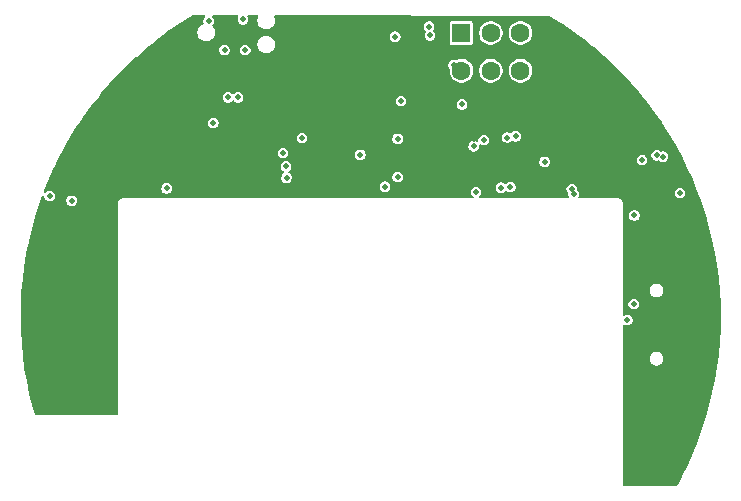
<source format=gbr>
%TF.GenerationSoftware,KiCad,Pcbnew,9.0.1*%
%TF.CreationDate,2025-12-04T23:43:19-05:00*%
%TF.ProjectId,EDDDial,45444444-6961-46c2-9e6b-696361645f70,rev?*%
%TF.SameCoordinates,Original*%
%TF.FileFunction,Copper,L2,Inr*%
%TF.FilePolarity,Positive*%
%FSLAX46Y46*%
G04 Gerber Fmt 4.6, Leading zero omitted, Abs format (unit mm)*
G04 Created by KiCad (PCBNEW 9.0.1) date 2025-12-04 23:43:19*
%MOMM*%
%LPD*%
G01*
G04 APERTURE LIST*
%TA.AperFunction,ComponentPad*%
%ADD10C,3.800000*%
%TD*%
%TA.AperFunction,ComponentPad*%
%ADD11R,1.600000X1.600000*%
%TD*%
%TA.AperFunction,ComponentPad*%
%ADD12C,1.600000*%
%TD*%
%TA.AperFunction,ViaPad*%
%ADD13C,0.500000*%
%TD*%
G04 APERTURE END LIST*
D10*
%TO.N,GND*%
%TO.C,H4*%
X125650000Y-137300000D03*
%TD*%
%TO.N,GND*%
%TO.C,H3*%
X118450000Y-103250000D03*
%TD*%
%TO.N,GND*%
%TO.C,H2*%
X76750000Y-131550000D03*
%TD*%
%TO.N,GND*%
%TO.C,H1*%
X78850000Y-112500000D03*
%TD*%
D11*
%TO.N,Net-(SW1-A)*%
%TO.C,SW1*%
X109300000Y-101200000D03*
D12*
%TO.N,Net-(SW1-4)*%
X111800000Y-101200000D03*
%TO.N,unconnected-(SW1-C-Pad3)_1*%
X114300000Y-101200000D03*
%TO.N,Net-(SW1-A)*%
X109300000Y-104400000D03*
%TO.N,Net-(SW1-4)*%
X111800000Y-104400000D03*
%TO.N,unconnected-(SW1-C-Pad3)*%
X114300000Y-104400000D03*
%TD*%
D13*
%TO.N,GND*%
X126150000Y-115450000D03*
X128100000Y-117100000D03*
X126150000Y-116450000D03*
X129800000Y-117850000D03*
X129300000Y-128500000D03*
X129700000Y-123150000D03*
X126300000Y-119350000D03*
X124100000Y-122000000D03*
X123716214Y-119143259D03*
X87000000Y-102300000D03*
X86000000Y-101050000D03*
X94191848Y-102396080D03*
X94319408Y-100153709D03*
X95400000Y-107300000D03*
X91600000Y-106500000D03*
X116600000Y-106700000D03*
X121050000Y-104650000D03*
%TO.N,VBAT*%
X109350000Y-107250000D03*
X84350000Y-114350000D03*
%TO.N,/STAT1*%
X94450000Y-112500000D03*
%TO.N,/STAT2*%
X110350000Y-110784003D03*
X113200000Y-110050000D03*
%TO.N,/STAT1*%
X111200000Y-110250000D03*
X113900000Y-109950000D03*
%TO.N,VBUS*%
X116350000Y-112100000D03*
X123950000Y-116650000D03*
%TO.N,Net-(SW1-A)*%
X118800000Y-114850000D03*
X118650000Y-114400000D03*
%TO.N,Net-(SW1-4)*%
X125850000Y-111550000D03*
X126356348Y-111676191D03*
%TO.N,/SWCLK*%
X106550000Y-100650000D03*
%TO.N,/SWDIO*%
X106650000Y-101400000D03*
X87913536Y-100191022D03*
%TO.N,/SWCLK*%
X90800000Y-100050000D03*
%TO.N,+3V3*%
X89250000Y-102650000D03*
%TO.N,GND*%
X122700000Y-110650000D03*
X125100000Y-108300000D03*
%TO.N,/NRST*%
X91000000Y-102650000D03*
%TO.N,/SWITCH*%
X103700000Y-101500000D03*
X76300001Y-115400000D03*
%TO.N,+3V3*%
X74450001Y-115000000D03*
%TO.N,GND*%
X84600000Y-104350000D03*
X93500000Y-104350000D03*
X119500000Y-111700000D03*
X115100000Y-110750000D03*
X110350000Y-110150000D03*
X116450000Y-110500000D03*
X123200000Y-114300000D03*
X121900000Y-110850000D03*
X120200000Y-107800000D03*
X121350000Y-109500000D03*
X121750000Y-107950000D03*
X126250000Y-110100000D03*
X125650000Y-110650000D03*
X126950000Y-110950000D03*
%TO.N,/STAT2*%
X124600000Y-111950000D03*
%TO.N,GND*%
X124100000Y-111200000D03*
X122500000Y-111800000D03*
X124200000Y-112800000D03*
X75250000Y-113550000D03*
X80200000Y-108800000D03*
X84950000Y-102450000D03*
X91850000Y-102750000D03*
X99250000Y-106000000D03*
X103300000Y-107200000D03*
X103100000Y-102300000D03*
X98550000Y-101950000D03*
%TO.N,Net-(SW1-A)*%
X108650000Y-103900000D03*
%TO.N,GND*%
X106850000Y-102450000D03*
X107050000Y-105550000D03*
%TO.N,/NRST*%
X104200000Y-106950000D03*
%TO.N,GND*%
X111000000Y-113600000D03*
%TO.N,+3V3*%
X113450000Y-114250000D03*
X112650000Y-114300000D03*
X110550000Y-114650000D03*
%TO.N,GND*%
X117700000Y-113300000D03*
X116900000Y-113200000D03*
%TO.N,Net-(J1-CC2)*%
X123354876Y-125511894D03*
X123900000Y-124150000D03*
%TO.N,/STAT1*%
X127800000Y-114750000D03*
%TO.N,GND*%
X99821391Y-108449294D03*
X92832443Y-108456008D03*
X86250000Y-110200000D03*
%TO.N,+3V3*%
X88300000Y-108800000D03*
X89550000Y-106650000D03*
X90400000Y-106650000D03*
X103900000Y-110150000D03*
X102850000Y-114200000D03*
X103900000Y-113400000D03*
%TO.N,GND*%
X101150000Y-112800000D03*
X99700000Y-112000000D03*
X96950000Y-112000000D03*
%TO.N,+3V3*%
X94200000Y-111350000D03*
X94500000Y-113450000D03*
%TO.N,GND*%
X95850000Y-111250000D03*
%TO.N,/STAT2*%
X100750000Y-111500000D03*
X95800000Y-110100000D03*
%TD*%
%TA.AperFunction,Conductor*%
%TO.N,GND*%
G36*
X87537471Y-99691114D02*
G01*
X87595634Y-99710101D01*
X87631530Y-99759650D01*
X87631447Y-99820835D01*
X87607338Y-99860117D01*
X87553047Y-99914408D01*
X87553043Y-99914413D01*
X87493738Y-100017131D01*
X87493737Y-100017136D01*
X87463036Y-100131713D01*
X87463036Y-100250331D01*
X87483476Y-100326613D01*
X87488103Y-100343880D01*
X87484901Y-100404981D01*
X87446395Y-100452531D01*
X87430362Y-100460967D01*
X87334836Y-100500535D01*
X87212033Y-100582589D01*
X87107589Y-100687033D01*
X87025535Y-100809836D01*
X86969013Y-100946292D01*
X86940200Y-101091148D01*
X86940200Y-101238851D01*
X86969013Y-101383707D01*
X87025535Y-101520163D01*
X87107589Y-101642966D01*
X87107592Y-101642970D01*
X87212030Y-101747408D01*
X87334836Y-101829464D01*
X87471291Y-101885986D01*
X87616151Y-101914800D01*
X87616152Y-101914800D01*
X87763848Y-101914800D01*
X87763849Y-101914800D01*
X87908709Y-101885986D01*
X88045164Y-101829464D01*
X88167970Y-101747408D01*
X88272408Y-101642970D01*
X88354464Y-101520164D01*
X88410986Y-101383709D01*
X88439800Y-101238849D01*
X88439800Y-101091151D01*
X88410986Y-100946291D01*
X88354464Y-100809836D01*
X88272408Y-100687030D01*
X88233522Y-100648143D01*
X88205745Y-100593626D01*
X88215317Y-100533194D01*
X88233520Y-100508139D01*
X88274025Y-100467635D01*
X88277875Y-100460967D01*
X88333333Y-100364912D01*
X88333333Y-100364910D01*
X88333335Y-100364908D01*
X88364036Y-100250331D01*
X88364036Y-100131713D01*
X88333335Y-100017136D01*
X88333333Y-100017133D01*
X88333333Y-100017131D01*
X88274028Y-99914413D01*
X88274026Y-99914411D01*
X88274025Y-99914409D01*
X88220759Y-99861143D01*
X88192984Y-99806629D01*
X88202555Y-99746197D01*
X88245820Y-99702932D01*
X88290898Y-99692142D01*
X90313486Y-99694901D01*
X90371650Y-99713888D01*
X90407546Y-99763437D01*
X90407463Y-99824622D01*
X90399087Y-99843399D01*
X90380203Y-99876108D01*
X90380202Y-99876109D01*
X90380201Y-99876114D01*
X90349500Y-99990691D01*
X90349500Y-100109309D01*
X90373667Y-100199500D01*
X90380202Y-100223890D01*
X90439507Y-100326608D01*
X90439509Y-100326610D01*
X90439511Y-100326613D01*
X90523387Y-100410489D01*
X90523389Y-100410490D01*
X90523391Y-100410492D01*
X90626110Y-100469797D01*
X90626111Y-100469797D01*
X90626114Y-100469799D01*
X90740691Y-100500500D01*
X90740693Y-100500500D01*
X90859307Y-100500500D01*
X90859309Y-100500500D01*
X90973886Y-100469799D01*
X90973888Y-100469797D01*
X90973890Y-100469797D01*
X91076608Y-100410492D01*
X91076608Y-100410491D01*
X91076613Y-100410489D01*
X91160489Y-100326613D01*
X91163286Y-100321769D01*
X91219797Y-100223890D01*
X91219797Y-100223888D01*
X91219799Y-100223886D01*
X91250500Y-100109309D01*
X91250500Y-99990691D01*
X91219799Y-99876114D01*
X91201679Y-99844730D01*
X91188958Y-99784884D01*
X91213843Y-99728988D01*
X91266831Y-99698395D01*
X91287550Y-99696231D01*
X91997536Y-99697199D01*
X92055699Y-99716186D01*
X92091595Y-99765735D01*
X92091512Y-99826920D01*
X92088863Y-99834084D01*
X92049014Y-99930289D01*
X92049014Y-99930291D01*
X92020200Y-100075148D01*
X92020200Y-100222851D01*
X92049013Y-100367707D01*
X92105535Y-100504163D01*
X92163351Y-100590691D01*
X92187592Y-100626970D01*
X92292030Y-100731408D01*
X92414836Y-100813464D01*
X92551291Y-100869986D01*
X92696151Y-100898800D01*
X92696152Y-100898800D01*
X92843848Y-100898800D01*
X92843849Y-100898800D01*
X92988709Y-100869986D01*
X93125164Y-100813464D01*
X93247970Y-100731408D01*
X93352408Y-100626970D01*
X93376649Y-100590691D01*
X106099500Y-100590691D01*
X106099500Y-100709309D01*
X106105422Y-100731410D01*
X106130202Y-100823890D01*
X106189507Y-100926608D01*
X106189509Y-100926610D01*
X106189511Y-100926613D01*
X106271218Y-101008320D01*
X106298994Y-101062835D01*
X106289423Y-101123267D01*
X106286950Y-101127822D01*
X106230201Y-101226112D01*
X106226788Y-101238851D01*
X106199500Y-101340691D01*
X106199500Y-101459309D01*
X106208216Y-101491836D01*
X106230202Y-101573890D01*
X106289507Y-101676608D01*
X106289509Y-101676610D01*
X106289511Y-101676613D01*
X106373387Y-101760489D01*
X106373389Y-101760490D01*
X106373391Y-101760492D01*
X106476110Y-101819797D01*
X106476111Y-101819797D01*
X106476114Y-101819799D01*
X106590691Y-101850500D01*
X106590693Y-101850500D01*
X106709307Y-101850500D01*
X106709309Y-101850500D01*
X106823886Y-101819799D01*
X106823888Y-101819797D01*
X106823890Y-101819797D01*
X106926608Y-101760492D01*
X106926608Y-101760491D01*
X106926613Y-101760489D01*
X107010489Y-101676613D01*
X107012061Y-101673890D01*
X107069797Y-101573890D01*
X107069797Y-101573888D01*
X107069799Y-101573886D01*
X107100500Y-101459309D01*
X107100500Y-101340691D01*
X107069799Y-101226114D01*
X107069797Y-101226111D01*
X107069797Y-101226109D01*
X107010492Y-101123391D01*
X107010490Y-101123389D01*
X107010489Y-101123387D01*
X106928780Y-101041678D01*
X106901005Y-100987164D01*
X106910576Y-100926732D01*
X106913038Y-100922197D01*
X106969799Y-100823886D01*
X107000500Y-100709309D01*
X107000500Y-100590691D01*
X106969799Y-100476114D01*
X106928730Y-100404981D01*
X106914454Y-100380253D01*
X108299500Y-100380253D01*
X108299500Y-102019746D01*
X108299501Y-102019758D01*
X108311132Y-102078227D01*
X108311133Y-102078231D01*
X108355448Y-102144552D01*
X108421769Y-102188867D01*
X108466231Y-102197711D01*
X108480241Y-102200498D01*
X108480246Y-102200498D01*
X108480252Y-102200500D01*
X108480253Y-102200500D01*
X110119747Y-102200500D01*
X110119748Y-102200500D01*
X110178231Y-102188867D01*
X110244552Y-102144552D01*
X110288867Y-102078231D01*
X110300500Y-102019748D01*
X110300500Y-101101456D01*
X110799500Y-101101456D01*
X110799500Y-101298543D01*
X110837949Y-101491834D01*
X110837949Y-101491836D01*
X110913367Y-101673913D01*
X110913368Y-101673914D01*
X111022861Y-101837782D01*
X111162218Y-101977139D01*
X111326086Y-102086632D01*
X111508165Y-102162051D01*
X111701459Y-102200500D01*
X111701460Y-102200500D01*
X111898540Y-102200500D01*
X111898541Y-102200500D01*
X112091835Y-102162051D01*
X112273914Y-102086632D01*
X112437782Y-101977139D01*
X112577139Y-101837782D01*
X112686632Y-101673914D01*
X112762051Y-101491835D01*
X112800500Y-101298541D01*
X112800500Y-101101459D01*
X112800499Y-101101456D01*
X113299500Y-101101456D01*
X113299500Y-101298543D01*
X113337949Y-101491834D01*
X113337949Y-101491836D01*
X113413367Y-101673913D01*
X113413368Y-101673914D01*
X113522861Y-101837782D01*
X113662218Y-101977139D01*
X113826086Y-102086632D01*
X114008165Y-102162051D01*
X114201459Y-102200500D01*
X114201460Y-102200500D01*
X114398540Y-102200500D01*
X114398541Y-102200500D01*
X114591835Y-102162051D01*
X114773914Y-102086632D01*
X114937782Y-101977139D01*
X115077139Y-101837782D01*
X115186632Y-101673914D01*
X115262051Y-101491835D01*
X115300500Y-101298541D01*
X115300500Y-101101459D01*
X115262051Y-100908165D01*
X115186632Y-100726086D01*
X115077139Y-100562218D01*
X114937782Y-100422861D01*
X114828288Y-100349699D01*
X114773913Y-100313367D01*
X114591835Y-100237949D01*
X114398543Y-100199500D01*
X114398541Y-100199500D01*
X114201459Y-100199500D01*
X114201456Y-100199500D01*
X114008165Y-100237949D01*
X114008163Y-100237949D01*
X113826086Y-100313367D01*
X113662218Y-100422861D01*
X113662214Y-100422864D01*
X113522864Y-100562214D01*
X113522861Y-100562218D01*
X113413367Y-100726086D01*
X113337949Y-100908163D01*
X113337949Y-100908165D01*
X113299500Y-101101456D01*
X112800499Y-101101456D01*
X112762051Y-100908165D01*
X112686632Y-100726086D01*
X112577139Y-100562218D01*
X112437782Y-100422861D01*
X112328288Y-100349699D01*
X112273913Y-100313367D01*
X112091835Y-100237949D01*
X111898543Y-100199500D01*
X111898541Y-100199500D01*
X111701459Y-100199500D01*
X111701456Y-100199500D01*
X111508165Y-100237949D01*
X111508163Y-100237949D01*
X111326086Y-100313367D01*
X111162218Y-100422861D01*
X111162214Y-100422864D01*
X111022864Y-100562214D01*
X111022861Y-100562218D01*
X110913367Y-100726086D01*
X110837949Y-100908163D01*
X110837949Y-100908165D01*
X110799500Y-101101456D01*
X110300500Y-101101456D01*
X110300500Y-100380252D01*
X110299134Y-100373387D01*
X110293265Y-100343880D01*
X110288867Y-100321769D01*
X110244552Y-100255448D01*
X110236891Y-100250329D01*
X110178233Y-100211134D01*
X110178231Y-100211133D01*
X110178228Y-100211132D01*
X110178227Y-100211132D01*
X110119758Y-100199501D01*
X110119748Y-100199500D01*
X108480252Y-100199500D01*
X108480251Y-100199500D01*
X108480241Y-100199501D01*
X108421772Y-100211132D01*
X108421766Y-100211134D01*
X108355451Y-100255445D01*
X108355445Y-100255451D01*
X108311134Y-100321766D01*
X108311132Y-100321772D01*
X108299501Y-100380241D01*
X108299500Y-100380253D01*
X106914454Y-100380253D01*
X106910492Y-100373391D01*
X106910490Y-100373389D01*
X106910489Y-100373387D01*
X106826613Y-100289511D01*
X106826610Y-100289509D01*
X106826608Y-100289507D01*
X106723889Y-100230202D01*
X106723890Y-100230202D01*
X106700318Y-100223886D01*
X106609309Y-100199500D01*
X106490691Y-100199500D01*
X106447273Y-100211134D01*
X106376109Y-100230202D01*
X106273391Y-100289507D01*
X106189507Y-100373391D01*
X106130202Y-100476109D01*
X106129549Y-100478547D01*
X106099500Y-100590691D01*
X93376649Y-100590691D01*
X93434464Y-100504164D01*
X93490986Y-100367709D01*
X93519800Y-100222849D01*
X93519800Y-100075151D01*
X93490986Y-99930291D01*
X93452008Y-99836192D01*
X93447208Y-99775197D01*
X93479177Y-99723028D01*
X93535705Y-99699613D01*
X93543600Y-99699308D01*
X116708951Y-99730911D01*
X116758686Y-99744390D01*
X116916105Y-99836194D01*
X117020586Y-99897126D01*
X117023677Y-99899005D01*
X117168467Y-99990692D01*
X117935761Y-100476575D01*
X117938750Y-100478547D01*
X118829089Y-101089035D01*
X118832035Y-101091135D01*
X119168904Y-101340691D01*
X119699471Y-101733742D01*
X119702295Y-101735915D01*
X120395137Y-102289507D01*
X120545678Y-102409792D01*
X120548463Y-102412101D01*
X121366674Y-103116354D01*
X121369372Y-103118764D01*
X122161273Y-103852410D01*
X122163882Y-103854917D01*
X122928460Y-104617020D01*
X122930975Y-104619620D01*
X123667198Y-105409150D01*
X123669617Y-105411841D01*
X123744159Y-105497879D01*
X124352032Y-106199500D01*
X124376508Y-106227750D01*
X124378819Y-106230518D01*
X124619867Y-106530202D01*
X125055414Y-107071696D01*
X125057630Y-107074556D01*
X125703058Y-107939917D01*
X125705166Y-107942855D01*
X126256039Y-108740692D01*
X126318522Y-108831186D01*
X126320518Y-108834192D01*
X126897925Y-109739511D01*
X126901015Y-109744355D01*
X126902894Y-109747422D01*
X127444821Y-110669797D01*
X127449781Y-110678239D01*
X127451552Y-110681386D01*
X127538892Y-110843310D01*
X127964030Y-111631501D01*
X127965689Y-111634716D01*
X128443118Y-112602936D01*
X128444658Y-112606209D01*
X128886387Y-113591217D01*
X128887807Y-113594545D01*
X129293246Y-114595022D01*
X129294544Y-114598399D01*
X129663172Y-115613057D01*
X129664345Y-115616479D01*
X129995650Y-116643919D01*
X129996697Y-116647382D01*
X130290238Y-117686227D01*
X130291158Y-117689726D01*
X130546551Y-118738621D01*
X130547342Y-118742151D01*
X130764235Y-119799654D01*
X130764897Y-119803211D01*
X130943007Y-120867928D01*
X130943539Y-120871506D01*
X131082633Y-121942062D01*
X131083033Y-121945658D01*
X131182916Y-123020536D01*
X131183185Y-123024144D01*
X131243729Y-124101970D01*
X131243866Y-124105585D01*
X131264988Y-125184901D01*
X131264993Y-125188519D01*
X131246666Y-126267913D01*
X131246538Y-126271528D01*
X131188787Y-127349479D01*
X131188528Y-127353088D01*
X131091428Y-128428252D01*
X131091037Y-128431848D01*
X130954716Y-129502754D01*
X130954193Y-129506334D01*
X130778840Y-130571514D01*
X130778187Y-130575073D01*
X130564036Y-131633123D01*
X130563254Y-131636655D01*
X130310578Y-132686213D01*
X130309667Y-132689714D01*
X130018819Y-133729309D01*
X130017781Y-133732775D01*
X129689138Y-134761070D01*
X129687974Y-134764495D01*
X129321976Y-135780104D01*
X129320687Y-135783484D01*
X128917845Y-136784998D01*
X128916434Y-136788330D01*
X128477247Y-137774502D01*
X128475715Y-137777779D01*
X128000801Y-138747220D01*
X127999150Y-138750439D01*
X127619107Y-139459412D01*
X127574951Y-139501767D01*
X127532994Y-139511633D01*
X123075888Y-139562991D01*
X123017483Y-139544756D01*
X122980951Y-139495673D01*
X122975747Y-139464078D01*
X122967072Y-128703707D01*
X125240500Y-128703707D01*
X125240500Y-128856292D01*
X125279993Y-129003682D01*
X125356281Y-129135816D01*
X125356283Y-129135818D01*
X125356285Y-129135821D01*
X125464179Y-129243715D01*
X125464181Y-129243716D01*
X125464183Y-129243718D01*
X125596318Y-129320006D01*
X125596319Y-129320006D01*
X125596322Y-129320008D01*
X125743707Y-129359500D01*
X125743708Y-129359500D01*
X125896292Y-129359500D01*
X125896293Y-129359500D01*
X126043678Y-129320008D01*
X126043680Y-129320006D01*
X126043682Y-129320006D01*
X126175816Y-129243718D01*
X126175816Y-129243717D01*
X126175821Y-129243715D01*
X126283715Y-129135821D01*
X126360008Y-129003678D01*
X126399500Y-128856293D01*
X126399500Y-128703707D01*
X126360008Y-128556322D01*
X126360006Y-128556319D01*
X126360006Y-128556317D01*
X126283718Y-128424183D01*
X126283716Y-128424181D01*
X126283715Y-128424179D01*
X126175821Y-128316285D01*
X126175818Y-128316283D01*
X126175816Y-128316281D01*
X126043681Y-128239993D01*
X126043682Y-128239993D01*
X126012532Y-128231646D01*
X125896293Y-128200500D01*
X125743707Y-128200500D01*
X125678720Y-128217913D01*
X125596317Y-128239993D01*
X125464183Y-128316281D01*
X125356281Y-128424183D01*
X125279993Y-128556317D01*
X125240500Y-128703707D01*
X122967072Y-128703707D01*
X122964875Y-125978470D01*
X122983735Y-125920266D01*
X123033206Y-125884262D01*
X123094392Y-125884213D01*
X123113375Y-125892656D01*
X123180986Y-125931691D01*
X123180987Y-125931691D01*
X123180990Y-125931693D01*
X123295567Y-125962394D01*
X123295569Y-125962394D01*
X123414183Y-125962394D01*
X123414185Y-125962394D01*
X123528762Y-125931693D01*
X123528764Y-125931691D01*
X123528766Y-125931691D01*
X123631484Y-125872386D01*
X123631484Y-125872385D01*
X123631489Y-125872383D01*
X123715365Y-125788507D01*
X123774675Y-125685780D01*
X123805376Y-125571203D01*
X123805376Y-125452585D01*
X123774675Y-125338008D01*
X123774673Y-125338005D01*
X123774673Y-125338003D01*
X123715368Y-125235285D01*
X123715366Y-125235283D01*
X123715365Y-125235281D01*
X123631489Y-125151405D01*
X123631486Y-125151403D01*
X123631484Y-125151401D01*
X123528765Y-125092096D01*
X123528766Y-125092096D01*
X123515227Y-125088468D01*
X123414185Y-125061394D01*
X123295567Y-125061394D01*
X123238278Y-125076744D01*
X123180988Y-125092095D01*
X123112624Y-125131566D01*
X123052775Y-125144287D01*
X122996880Y-125119400D01*
X122966287Y-125066412D01*
X122964124Y-125045909D01*
X122963740Y-124569799D01*
X122963354Y-124090691D01*
X123449500Y-124090691D01*
X123449500Y-124209309D01*
X123451661Y-124217373D01*
X123480202Y-124323890D01*
X123539507Y-124426608D01*
X123539509Y-124426610D01*
X123539511Y-124426613D01*
X123623387Y-124510489D01*
X123623389Y-124510490D01*
X123623391Y-124510492D01*
X123726110Y-124569797D01*
X123726111Y-124569797D01*
X123726114Y-124569799D01*
X123840691Y-124600500D01*
X123840693Y-124600500D01*
X123959307Y-124600500D01*
X123959309Y-124600500D01*
X124073886Y-124569799D01*
X124073888Y-124569797D01*
X124073890Y-124569797D01*
X124176608Y-124510492D01*
X124176608Y-124510491D01*
X124176613Y-124510489D01*
X124260489Y-124426613D01*
X124319799Y-124323886D01*
X124350500Y-124209309D01*
X124350500Y-124090691D01*
X124319799Y-123976114D01*
X124319797Y-123976111D01*
X124319797Y-123976109D01*
X124260492Y-123873391D01*
X124260490Y-123873389D01*
X124260489Y-123873387D01*
X124176613Y-123789511D01*
X124176610Y-123789509D01*
X124176608Y-123789507D01*
X124073889Y-123730202D01*
X124073890Y-123730202D01*
X124060351Y-123726574D01*
X123959309Y-123699500D01*
X123840691Y-123699500D01*
X123770567Y-123718289D01*
X123726109Y-123730202D01*
X123623391Y-123789507D01*
X123539507Y-123873391D01*
X123480202Y-123976109D01*
X123480201Y-123976114D01*
X123449500Y-124090691D01*
X122963354Y-124090691D01*
X122962413Y-122923707D01*
X125240500Y-122923707D01*
X125240500Y-123076292D01*
X125279993Y-123223682D01*
X125356281Y-123355816D01*
X125356283Y-123355818D01*
X125356285Y-123355821D01*
X125464179Y-123463715D01*
X125464181Y-123463716D01*
X125464183Y-123463718D01*
X125596318Y-123540006D01*
X125596319Y-123540006D01*
X125596322Y-123540008D01*
X125743707Y-123579500D01*
X125743708Y-123579500D01*
X125896292Y-123579500D01*
X125896293Y-123579500D01*
X126043678Y-123540008D01*
X126043680Y-123540006D01*
X126043682Y-123540006D01*
X126175816Y-123463718D01*
X126175816Y-123463717D01*
X126175821Y-123463715D01*
X126283715Y-123355821D01*
X126360008Y-123223678D01*
X126399500Y-123076293D01*
X126399500Y-122923707D01*
X126360008Y-122776322D01*
X126360006Y-122776319D01*
X126360006Y-122776317D01*
X126283718Y-122644183D01*
X126283716Y-122644181D01*
X126283715Y-122644179D01*
X126175821Y-122536285D01*
X126175818Y-122536283D01*
X126175816Y-122536281D01*
X126043681Y-122459993D01*
X126043682Y-122459993D01*
X126012532Y-122451646D01*
X125896293Y-122420500D01*
X125743707Y-122420500D01*
X125678720Y-122437913D01*
X125596317Y-122459993D01*
X125464183Y-122536281D01*
X125356281Y-122644183D01*
X125279993Y-122776317D01*
X125240500Y-122923707D01*
X122962413Y-122923707D01*
X122957309Y-116590691D01*
X123499500Y-116590691D01*
X123499500Y-116709309D01*
X123511610Y-116754504D01*
X123530202Y-116823890D01*
X123589507Y-116926608D01*
X123589509Y-116926610D01*
X123589511Y-116926613D01*
X123673387Y-117010489D01*
X123673389Y-117010490D01*
X123673391Y-117010492D01*
X123776110Y-117069797D01*
X123776111Y-117069797D01*
X123776114Y-117069799D01*
X123890691Y-117100500D01*
X123890693Y-117100500D01*
X124009307Y-117100500D01*
X124009309Y-117100500D01*
X124123886Y-117069799D01*
X124123888Y-117069797D01*
X124123890Y-117069797D01*
X124226608Y-117010492D01*
X124226608Y-117010491D01*
X124226613Y-117010489D01*
X124310489Y-116926613D01*
X124369799Y-116823886D01*
X124400500Y-116709309D01*
X124400500Y-116590691D01*
X124369799Y-116476114D01*
X124369797Y-116476111D01*
X124369797Y-116476109D01*
X124310492Y-116373391D01*
X124310490Y-116373389D01*
X124310489Y-116373387D01*
X124226613Y-116289511D01*
X124226610Y-116289509D01*
X124226608Y-116289507D01*
X124123889Y-116230202D01*
X124123890Y-116230202D01*
X124110351Y-116226574D01*
X124009309Y-116199500D01*
X123890691Y-116199500D01*
X123820567Y-116218289D01*
X123776109Y-116230202D01*
X123673391Y-116289507D01*
X123589507Y-116373391D01*
X123530202Y-116476109D01*
X123530201Y-116476114D01*
X123499500Y-116590691D01*
X122957309Y-116590691D01*
X122956500Y-115587539D01*
X122956500Y-115536988D01*
X122956463Y-115536850D01*
X122956463Y-115536719D01*
X122956459Y-115536689D01*
X122956459Y-115536680D01*
X122943509Y-115488506D01*
X122943494Y-115488450D01*
X122943489Y-115488429D01*
X122933325Y-115450500D01*
X122930501Y-115439959D01*
X122930422Y-115439823D01*
X122930382Y-115439672D01*
X122905308Y-115396323D01*
X122880276Y-115352966D01*
X122880274Y-115352964D01*
X122880183Y-115352845D01*
X122880174Y-115352834D01*
X122880090Y-115352725D01*
X122880087Y-115352720D01*
X122844599Y-115317289D01*
X122844562Y-115317216D01*
X122844545Y-115317234D01*
X122809247Y-115281937D01*
X122809001Y-115281748D01*
X122765356Y-115256596D01*
X122765356Y-115256595D01*
X122764636Y-115256180D01*
X122722254Y-115231712D01*
X122722103Y-115231671D01*
X122721967Y-115231593D01*
X122673688Y-115218698D01*
X122667513Y-115217043D01*
X122625220Y-115205711D01*
X122624925Y-115205673D01*
X122624917Y-115205673D01*
X122580823Y-115205708D01*
X122575311Y-115205713D01*
X119286294Y-115205713D01*
X119228103Y-115186806D01*
X119192139Y-115137306D01*
X119192139Y-115076120D01*
X119200558Y-115057212D01*
X119219799Y-115023886D01*
X119250500Y-114909309D01*
X119250500Y-114790691D01*
X119223705Y-114690691D01*
X127349500Y-114690691D01*
X127349500Y-114809309D01*
X127353406Y-114823886D01*
X127380202Y-114923890D01*
X127439507Y-115026608D01*
X127439509Y-115026610D01*
X127439511Y-115026613D01*
X127523387Y-115110489D01*
X127523389Y-115110490D01*
X127523391Y-115110492D01*
X127626110Y-115169797D01*
X127626111Y-115169797D01*
X127626114Y-115169799D01*
X127740691Y-115200500D01*
X127740693Y-115200500D01*
X127859307Y-115200500D01*
X127859309Y-115200500D01*
X127973886Y-115169799D01*
X127973888Y-115169797D01*
X127973890Y-115169797D01*
X128076608Y-115110492D01*
X128076608Y-115110491D01*
X128076613Y-115110489D01*
X128160489Y-115026613D01*
X128162062Y-115023888D01*
X128219797Y-114923890D01*
X128219797Y-114923888D01*
X128219799Y-114923886D01*
X128250500Y-114809309D01*
X128250500Y-114690691D01*
X128219799Y-114576114D01*
X128219797Y-114576111D01*
X128219797Y-114576109D01*
X128160492Y-114473391D01*
X128160490Y-114473389D01*
X128160489Y-114473387D01*
X128076613Y-114389511D01*
X128076610Y-114389509D01*
X128076608Y-114389507D01*
X127973889Y-114330202D01*
X127973890Y-114330202D01*
X127960351Y-114326574D01*
X127859309Y-114299500D01*
X127740691Y-114299500D01*
X127704084Y-114309309D01*
X127626109Y-114330202D01*
X127523391Y-114389507D01*
X127439507Y-114473391D01*
X127380202Y-114576109D01*
X127366671Y-114626608D01*
X127349500Y-114690691D01*
X119223705Y-114690691D01*
X119219799Y-114676114D01*
X119216152Y-114669797D01*
X119160492Y-114573391D01*
X119160491Y-114573390D01*
X119160490Y-114573389D01*
X119160489Y-114573387D01*
X119128728Y-114541626D01*
X119100952Y-114487109D01*
X119100673Y-114465798D01*
X119100500Y-114465798D01*
X119100500Y-114340692D01*
X119092091Y-114309309D01*
X119069799Y-114226114D01*
X119069797Y-114226111D01*
X119069797Y-114226109D01*
X119010492Y-114123391D01*
X119010490Y-114123389D01*
X119010489Y-114123387D01*
X118926613Y-114039511D01*
X118926610Y-114039509D01*
X118926608Y-114039507D01*
X118823889Y-113980202D01*
X118823890Y-113980202D01*
X118798456Y-113973387D01*
X118709309Y-113949500D01*
X118590691Y-113949500D01*
X118522040Y-113967895D01*
X118476109Y-113980202D01*
X118373391Y-114039507D01*
X118289507Y-114123391D01*
X118230202Y-114226109D01*
X118221307Y-114259307D01*
X118199500Y-114340691D01*
X118199500Y-114459309D01*
X118216805Y-114523890D01*
X118230202Y-114573890D01*
X118289507Y-114676608D01*
X118289509Y-114676610D01*
X118289511Y-114676613D01*
X118321272Y-114708374D01*
X118349048Y-114762889D01*
X118349327Y-114784202D01*
X118349500Y-114784202D01*
X118349500Y-114790691D01*
X118349500Y-114909309D01*
X118376612Y-115010490D01*
X118380202Y-115023888D01*
X118399442Y-115057212D01*
X118412164Y-115117060D01*
X118387278Y-115172956D01*
X118334290Y-115203549D01*
X118313706Y-115205713D01*
X110857949Y-115205713D01*
X110799758Y-115186806D01*
X110763794Y-115137306D01*
X110763794Y-115076120D01*
X110799758Y-115026620D01*
X110808448Y-115020977D01*
X110814173Y-115017670D01*
X110826613Y-115010489D01*
X110910489Y-114926613D01*
X110912061Y-114923890D01*
X110969797Y-114823890D01*
X110969797Y-114823888D01*
X110969799Y-114823886D01*
X111000500Y-114709309D01*
X111000500Y-114590691D01*
X110969799Y-114476114D01*
X110969797Y-114476111D01*
X110969797Y-114476109D01*
X110910492Y-114373391D01*
X110910490Y-114373389D01*
X110910489Y-114373387D01*
X110826613Y-114289511D01*
X110826610Y-114289509D01*
X110826608Y-114289507D01*
X110742056Y-114240691D01*
X112199500Y-114240691D01*
X112199500Y-114359309D01*
X112216805Y-114423890D01*
X112230202Y-114473890D01*
X112289507Y-114576608D01*
X112289509Y-114576610D01*
X112289511Y-114576613D01*
X112373387Y-114660489D01*
X112373389Y-114660490D01*
X112373391Y-114660492D01*
X112476110Y-114719797D01*
X112476111Y-114719797D01*
X112476114Y-114719799D01*
X112590691Y-114750500D01*
X112590693Y-114750500D01*
X112709307Y-114750500D01*
X112709309Y-114750500D01*
X112823886Y-114719799D01*
X112823888Y-114719797D01*
X112823890Y-114719797D01*
X112926608Y-114660492D01*
X112926608Y-114660491D01*
X112926613Y-114660489D01*
X113004997Y-114582104D01*
X113059511Y-114554328D01*
X113119944Y-114563899D01*
X113145002Y-114582104D01*
X113173387Y-114610489D01*
X113173389Y-114610490D01*
X113173390Y-114610491D01*
X113173391Y-114610492D01*
X113276110Y-114669797D01*
X113276111Y-114669797D01*
X113276114Y-114669799D01*
X113390691Y-114700500D01*
X113390693Y-114700500D01*
X113509307Y-114700500D01*
X113509309Y-114700500D01*
X113623886Y-114669799D01*
X113623888Y-114669797D01*
X113623890Y-114669797D01*
X113726608Y-114610492D01*
X113726608Y-114610491D01*
X113726613Y-114610489D01*
X113810489Y-114526613D01*
X113812061Y-114523890D01*
X113869797Y-114423890D01*
X113869797Y-114423888D01*
X113869799Y-114423886D01*
X113900500Y-114309309D01*
X113900500Y-114190691D01*
X113869799Y-114076114D01*
X113869797Y-114076111D01*
X113869797Y-114076109D01*
X113810492Y-113973391D01*
X113810490Y-113973389D01*
X113810489Y-113973387D01*
X113726613Y-113889511D01*
X113726610Y-113889509D01*
X113726608Y-113889507D01*
X113623889Y-113830202D01*
X113623890Y-113830202D01*
X113585065Y-113819799D01*
X113509309Y-113799500D01*
X113390691Y-113799500D01*
X113349669Y-113810492D01*
X113276109Y-113830202D01*
X113173391Y-113889507D01*
X113173390Y-113889508D01*
X113173387Y-113889510D01*
X113173387Y-113889511D01*
X113095001Y-113967896D01*
X113040487Y-113995672D01*
X112980055Y-113986101D01*
X112954999Y-113967897D01*
X112926613Y-113939511D01*
X112926610Y-113939509D01*
X112926608Y-113939507D01*
X112823889Y-113880202D01*
X112823890Y-113880202D01*
X112785065Y-113869799D01*
X112709309Y-113849500D01*
X112590691Y-113849500D01*
X112520567Y-113868289D01*
X112476109Y-113880202D01*
X112373391Y-113939507D01*
X112289507Y-114023391D01*
X112230202Y-114126109D01*
X112230201Y-114126114D01*
X112199500Y-114240691D01*
X110742056Y-114240691D01*
X110723889Y-114230202D01*
X110723890Y-114230202D01*
X110708615Y-114226109D01*
X110609309Y-114199500D01*
X110490691Y-114199500D01*
X110420567Y-114218289D01*
X110376109Y-114230202D01*
X110273391Y-114289507D01*
X110189507Y-114373391D01*
X110130202Y-114476109D01*
X110117400Y-114523886D01*
X110099500Y-114590691D01*
X110099500Y-114709309D01*
X110119568Y-114784202D01*
X110130202Y-114823890D01*
X110189507Y-114926608D01*
X110189509Y-114926610D01*
X110189511Y-114926613D01*
X110273387Y-115010489D01*
X110273389Y-115010490D01*
X110291552Y-115020977D01*
X110332492Y-115066447D01*
X110338887Y-115127297D01*
X110308294Y-115180285D01*
X110252398Y-115205171D01*
X110242051Y-115205713D01*
X80662045Y-115205713D01*
X80661895Y-115205673D01*
X80612290Y-115205713D01*
X80561738Y-115205713D01*
X80561460Y-115205749D01*
X80513344Y-115218683D01*
X80513271Y-115218703D01*
X80464718Y-115231713D01*
X80464442Y-115231827D01*
X80421155Y-115256865D01*
X80421088Y-115256904D01*
X80377728Y-115281938D01*
X80377492Y-115282118D01*
X80342083Y-115317582D01*
X80342084Y-115317583D01*
X80341999Y-115317667D01*
X80341999Y-115317669D01*
X80341674Y-115317993D01*
X80341264Y-115318403D01*
X80306702Y-115352966D01*
X80306624Y-115353100D01*
X80306513Y-115353212D01*
X80306474Y-115353278D01*
X80306473Y-115353280D01*
X80281668Y-115396323D01*
X80281361Y-115396856D01*
X80256477Y-115439959D01*
X80256436Y-115440109D01*
X80256358Y-115440246D01*
X80256330Y-115440347D01*
X80256329Y-115440351D01*
X80251266Y-115459309D01*
X80243489Y-115488429D01*
X80243483Y-115488450D01*
X80243463Y-115488524D01*
X80230477Y-115536988D01*
X80230473Y-115537026D01*
X80230472Y-115537027D01*
X80230438Y-115537286D01*
X80230478Y-115586895D01*
X80230478Y-115643388D01*
X80230523Y-115644085D01*
X80244901Y-133471739D01*
X80226041Y-133529945D01*
X80176570Y-133565949D01*
X80145904Y-133570819D01*
X73262981Y-133571009D01*
X73204789Y-133552103D01*
X73168824Y-133502604D01*
X73167764Y-133499122D01*
X72969620Y-132801371D01*
X72968709Y-132797923D01*
X72941784Y-132687968D01*
X72711933Y-131749305D01*
X72711161Y-131745878D01*
X72492873Y-130688597D01*
X72492214Y-130685085D01*
X72312701Y-129620526D01*
X72312168Y-129616965D01*
X72297647Y-129506334D01*
X72171674Y-128546585D01*
X72171278Y-128543065D01*
X72069985Y-127468241D01*
X72069716Y-127464708D01*
X72007759Y-126386848D01*
X72007621Y-126383331D01*
X71985088Y-125304017D01*
X71985079Y-125300405D01*
X72001997Y-124220948D01*
X72002117Y-124217414D01*
X72058466Y-123139270D01*
X72058714Y-123135758D01*
X72154414Y-122060425D01*
X72154798Y-122056854D01*
X72289726Y-120985722D01*
X72290230Y-120982238D01*
X72464202Y-119916769D01*
X72464848Y-119913222D01*
X72548050Y-119499370D01*
X72677636Y-118854801D01*
X72678387Y-118851391D01*
X72929709Y-117801432D01*
X72930594Y-117798010D01*
X73220116Y-116757918D01*
X73221119Y-116754557D01*
X73548443Y-115725760D01*
X73549566Y-115722440D01*
X73807320Y-115004255D01*
X73844773Y-114955872D01*
X73903512Y-114938744D01*
X73961101Y-114959412D01*
X73995543Y-115009983D01*
X73999501Y-115037698D01*
X73999501Y-115059309D01*
X74020400Y-115137306D01*
X74030203Y-115173890D01*
X74089508Y-115276608D01*
X74089510Y-115276610D01*
X74089512Y-115276613D01*
X74173388Y-115360489D01*
X74173390Y-115360490D01*
X74173392Y-115360492D01*
X74276111Y-115419797D01*
X74276112Y-115419797D01*
X74276115Y-115419799D01*
X74390692Y-115450500D01*
X74390694Y-115450500D01*
X74509308Y-115450500D01*
X74509310Y-115450500D01*
X74623887Y-115419799D01*
X74623889Y-115419797D01*
X74623891Y-115419797D01*
X74726609Y-115360492D01*
X74726609Y-115360491D01*
X74726614Y-115360489D01*
X74746412Y-115340691D01*
X75849501Y-115340691D01*
X75849501Y-115459309D01*
X75870395Y-115537286D01*
X75880203Y-115573890D01*
X75939508Y-115676608D01*
X75939510Y-115676610D01*
X75939512Y-115676613D01*
X76023388Y-115760489D01*
X76023390Y-115760490D01*
X76023392Y-115760492D01*
X76126111Y-115819797D01*
X76126112Y-115819797D01*
X76126115Y-115819799D01*
X76240692Y-115850500D01*
X76240694Y-115850500D01*
X76359308Y-115850500D01*
X76359310Y-115850500D01*
X76473887Y-115819799D01*
X76473889Y-115819797D01*
X76473891Y-115819797D01*
X76576609Y-115760492D01*
X76576609Y-115760491D01*
X76576614Y-115760489D01*
X76660490Y-115676613D01*
X76696201Y-115614760D01*
X76719798Y-115573890D01*
X76719798Y-115573888D01*
X76719800Y-115573886D01*
X76750501Y-115459309D01*
X76750501Y-115340691D01*
X76719800Y-115226114D01*
X76719798Y-115226111D01*
X76719798Y-115226109D01*
X76660493Y-115123391D01*
X76660491Y-115123389D01*
X76660490Y-115123387D01*
X76576614Y-115039511D01*
X76576611Y-115039509D01*
X76576609Y-115039507D01*
X76473890Y-114980202D01*
X76473891Y-114980202D01*
X76460352Y-114976574D01*
X76359310Y-114949500D01*
X76240692Y-114949500D01*
X76170568Y-114968289D01*
X76126110Y-114980202D01*
X76023392Y-115039507D01*
X75939508Y-115123391D01*
X75880203Y-115226109D01*
X75863953Y-115286754D01*
X75849501Y-115340691D01*
X74746412Y-115340691D01*
X74810490Y-115276613D01*
X74836345Y-115231831D01*
X74869798Y-115173890D01*
X74869798Y-115173888D01*
X74869800Y-115173886D01*
X74900501Y-115059309D01*
X74900501Y-114940691D01*
X74869800Y-114826114D01*
X74869798Y-114826111D01*
X74869798Y-114826109D01*
X74810493Y-114723391D01*
X74810491Y-114723389D01*
X74810490Y-114723387D01*
X74726614Y-114639511D01*
X74726611Y-114639509D01*
X74726609Y-114639507D01*
X74623890Y-114580202D01*
X74623891Y-114580202D01*
X74563047Y-114563899D01*
X74509310Y-114549500D01*
X74390692Y-114549500D01*
X74349670Y-114560492D01*
X74276110Y-114580202D01*
X74173392Y-114639507D01*
X74173386Y-114639511D01*
X74127111Y-114685787D01*
X74072594Y-114713564D01*
X74012162Y-114703992D01*
X73968898Y-114660727D01*
X73959327Y-114600295D01*
X73965210Y-114578965D01*
X74080727Y-114290691D01*
X83899500Y-114290691D01*
X83899500Y-114409309D01*
X83917533Y-114476608D01*
X83930202Y-114523890D01*
X83989507Y-114626608D01*
X83989509Y-114626610D01*
X83989511Y-114626613D01*
X84073387Y-114710489D01*
X84073389Y-114710490D01*
X84073391Y-114710492D01*
X84176110Y-114769797D01*
X84176111Y-114769797D01*
X84176114Y-114769799D01*
X84290691Y-114800500D01*
X84290693Y-114800500D01*
X84409307Y-114800500D01*
X84409309Y-114800500D01*
X84523886Y-114769799D01*
X84523888Y-114769797D01*
X84523890Y-114769797D01*
X84626608Y-114710492D01*
X84626608Y-114710491D01*
X84626613Y-114710489D01*
X84710489Y-114626613D01*
X84731229Y-114590691D01*
X84769797Y-114523890D01*
X84769797Y-114523888D01*
X84769799Y-114523886D01*
X84800500Y-114409309D01*
X84800500Y-114290691D01*
X84769799Y-114176114D01*
X84769797Y-114176111D01*
X84769797Y-114176109D01*
X84749348Y-114140691D01*
X102399500Y-114140691D01*
X102399500Y-114259309D01*
X102412897Y-114309307D01*
X102430202Y-114373890D01*
X102489507Y-114476608D01*
X102489509Y-114476610D01*
X102489511Y-114476613D01*
X102573387Y-114560489D01*
X102573389Y-114560490D01*
X102573391Y-114560492D01*
X102676110Y-114619797D01*
X102676111Y-114619797D01*
X102676114Y-114619799D01*
X102790691Y-114650500D01*
X102790693Y-114650500D01*
X102909307Y-114650500D01*
X102909309Y-114650500D01*
X103023886Y-114619799D01*
X103023888Y-114619797D01*
X103023890Y-114619797D01*
X103126608Y-114560492D01*
X103126608Y-114560491D01*
X103126613Y-114560489D01*
X103210489Y-114476613D01*
X103212061Y-114473890D01*
X103269797Y-114373890D01*
X103269797Y-114373888D01*
X103269799Y-114373886D01*
X103300500Y-114259309D01*
X103300500Y-114140691D01*
X103269799Y-114026114D01*
X103269797Y-114026111D01*
X103269797Y-114026109D01*
X103210492Y-113923391D01*
X103210490Y-113923389D01*
X103210489Y-113923387D01*
X103126613Y-113839511D01*
X103126610Y-113839509D01*
X103126608Y-113839507D01*
X103023889Y-113780202D01*
X103023890Y-113780202D01*
X103010351Y-113776574D01*
X102909309Y-113749500D01*
X102790691Y-113749500D01*
X102749669Y-113760492D01*
X102676109Y-113780202D01*
X102573391Y-113839507D01*
X102489507Y-113923391D01*
X102430202Y-114026109D01*
X102417534Y-114073387D01*
X102399500Y-114140691D01*
X84749348Y-114140691D01*
X84710492Y-114073391D01*
X84710490Y-114073389D01*
X84710489Y-114073387D01*
X84626613Y-113989511D01*
X84626610Y-113989509D01*
X84626608Y-113989507D01*
X84523889Y-113930202D01*
X84523890Y-113930202D01*
X84498456Y-113923387D01*
X84409309Y-113899500D01*
X84290691Y-113899500D01*
X84220567Y-113918289D01*
X84176109Y-113930202D01*
X84073391Y-113989507D01*
X83989507Y-114073391D01*
X83930202Y-114176109D01*
X83916805Y-114226109D01*
X83899500Y-114290691D01*
X74080727Y-114290691D01*
X74317090Y-113700841D01*
X74318473Y-113697562D01*
X74756404Y-112710743D01*
X74757900Y-112707533D01*
X74888190Y-112440691D01*
X93999500Y-112440691D01*
X93999500Y-112559309D01*
X94012067Y-112606209D01*
X94030202Y-112673890D01*
X94089507Y-112776608D01*
X94089509Y-112776610D01*
X94089511Y-112776613D01*
X94173387Y-112860489D01*
X94173389Y-112860490D01*
X94173391Y-112860492D01*
X94248224Y-112903697D01*
X94289165Y-112949166D01*
X94295561Y-113010016D01*
X94264968Y-113063004D01*
X94248227Y-113075168D01*
X94223390Y-113089508D01*
X94139507Y-113173391D01*
X94080202Y-113276109D01*
X94080201Y-113276114D01*
X94049500Y-113390691D01*
X94049500Y-113509309D01*
X94066805Y-113573890D01*
X94080202Y-113623890D01*
X94139507Y-113726608D01*
X94139509Y-113726610D01*
X94139511Y-113726613D01*
X94223387Y-113810489D01*
X94223389Y-113810490D01*
X94223391Y-113810492D01*
X94326110Y-113869797D01*
X94326111Y-113869797D01*
X94326114Y-113869799D01*
X94440691Y-113900500D01*
X94440693Y-113900500D01*
X94559307Y-113900500D01*
X94559309Y-113900500D01*
X94673886Y-113869799D01*
X94673888Y-113869797D01*
X94673890Y-113869797D01*
X94776608Y-113810492D01*
X94776608Y-113810491D01*
X94776613Y-113810489D01*
X94860489Y-113726613D01*
X94860492Y-113726608D01*
X94919797Y-113623890D01*
X94919797Y-113623888D01*
X94919799Y-113623886D01*
X94950500Y-113509309D01*
X94950500Y-113390691D01*
X94937102Y-113340691D01*
X103449500Y-113340691D01*
X103449500Y-113459309D01*
X103462897Y-113509307D01*
X103480202Y-113573890D01*
X103539507Y-113676608D01*
X103539509Y-113676610D01*
X103539511Y-113676613D01*
X103623387Y-113760489D01*
X103623389Y-113760490D01*
X103623391Y-113760492D01*
X103726110Y-113819797D01*
X103726111Y-113819797D01*
X103726114Y-113819799D01*
X103840691Y-113850500D01*
X103840693Y-113850500D01*
X103959307Y-113850500D01*
X103959309Y-113850500D01*
X104073886Y-113819799D01*
X104073888Y-113819797D01*
X104073890Y-113819797D01*
X104176608Y-113760492D01*
X104176608Y-113760491D01*
X104176613Y-113760489D01*
X104260489Y-113676613D01*
X104290931Y-113623886D01*
X104319797Y-113573890D01*
X104319797Y-113573888D01*
X104319799Y-113573886D01*
X104350500Y-113459309D01*
X104350500Y-113340691D01*
X104319799Y-113226114D01*
X104319797Y-113226111D01*
X104319797Y-113226109D01*
X104260492Y-113123391D01*
X104260490Y-113123389D01*
X104260489Y-113123387D01*
X104176613Y-113039511D01*
X104176610Y-113039509D01*
X104176608Y-113039507D01*
X104073889Y-112980202D01*
X104073890Y-112980202D01*
X104060351Y-112976574D01*
X103959309Y-112949500D01*
X103840691Y-112949500D01*
X103770567Y-112968289D01*
X103726109Y-112980202D01*
X103623391Y-113039507D01*
X103539507Y-113123391D01*
X103480202Y-113226109D01*
X103472635Y-113254350D01*
X103449500Y-113340691D01*
X94937102Y-113340691D01*
X94919799Y-113276114D01*
X94919797Y-113276111D01*
X94919797Y-113276109D01*
X94860492Y-113173391D01*
X94860490Y-113173389D01*
X94860489Y-113173387D01*
X94776613Y-113089511D01*
X94776610Y-113089509D01*
X94776608Y-113089507D01*
X94701775Y-113046302D01*
X94660834Y-113000832D01*
X94654438Y-112939982D01*
X94685031Y-112886994D01*
X94701775Y-112874830D01*
X94726608Y-112860492D01*
X94726608Y-112860491D01*
X94726613Y-112860489D01*
X94810489Y-112776613D01*
X94849447Y-112709137D01*
X94869797Y-112673890D01*
X94869797Y-112673888D01*
X94869799Y-112673886D01*
X94900500Y-112559309D01*
X94900500Y-112440691D01*
X94869799Y-112326114D01*
X94869797Y-112326111D01*
X94869797Y-112326109D01*
X94810492Y-112223391D01*
X94810490Y-112223389D01*
X94810489Y-112223387D01*
X94726613Y-112139511D01*
X94726610Y-112139509D01*
X94726608Y-112139507D01*
X94623889Y-112080202D01*
X94623890Y-112080202D01*
X94610351Y-112076574D01*
X94509309Y-112049500D01*
X94390691Y-112049500D01*
X94320567Y-112068289D01*
X94276109Y-112080202D01*
X94173391Y-112139507D01*
X94089507Y-112223391D01*
X94030202Y-112326109D01*
X94016671Y-112376608D01*
X93999500Y-112440691D01*
X74888190Y-112440691D01*
X75083496Y-112040691D01*
X115899500Y-112040691D01*
X115899500Y-112159309D01*
X115916670Y-112223387D01*
X115930202Y-112273890D01*
X115989507Y-112376608D01*
X115989509Y-112376610D01*
X115989511Y-112376613D01*
X116073387Y-112460489D01*
X116073389Y-112460490D01*
X116073391Y-112460492D01*
X116176110Y-112519797D01*
X116176111Y-112519797D01*
X116176114Y-112519799D01*
X116290691Y-112550500D01*
X116290693Y-112550500D01*
X116409307Y-112550500D01*
X116409309Y-112550500D01*
X116523886Y-112519799D01*
X116523888Y-112519797D01*
X116523890Y-112519797D01*
X116626608Y-112460492D01*
X116626608Y-112460491D01*
X116626613Y-112460489D01*
X116710489Y-112376613D01*
X116739648Y-112326109D01*
X116769797Y-112273890D01*
X116769797Y-112273888D01*
X116769799Y-112273886D01*
X116800500Y-112159309D01*
X116800500Y-112040691D01*
X116769799Y-111926114D01*
X116769797Y-111926111D01*
X116769797Y-111926109D01*
X116749348Y-111890691D01*
X124149500Y-111890691D01*
X124149500Y-112009309D01*
X124168496Y-112080201D01*
X124180202Y-112123890D01*
X124239507Y-112226608D01*
X124239509Y-112226610D01*
X124239511Y-112226613D01*
X124323387Y-112310489D01*
X124323389Y-112310490D01*
X124323391Y-112310492D01*
X124426110Y-112369797D01*
X124426111Y-112369797D01*
X124426114Y-112369799D01*
X124540691Y-112400500D01*
X124540693Y-112400500D01*
X124659307Y-112400500D01*
X124659309Y-112400500D01*
X124773886Y-112369799D01*
X124773888Y-112369797D01*
X124773890Y-112369797D01*
X124876608Y-112310492D01*
X124876608Y-112310491D01*
X124876613Y-112310489D01*
X124960489Y-112226613D01*
X124962352Y-112223387D01*
X125019797Y-112123890D01*
X125019797Y-112123888D01*
X125019799Y-112123886D01*
X125050500Y-112009309D01*
X125050500Y-111890691D01*
X125019799Y-111776114D01*
X125019797Y-111776111D01*
X125019797Y-111776109D01*
X124960492Y-111673391D01*
X124960490Y-111673389D01*
X124960489Y-111673387D01*
X124876613Y-111589511D01*
X124876610Y-111589509D01*
X124876608Y-111589507D01*
X124842713Y-111569938D01*
X124842712Y-111569938D01*
X124773888Y-111530202D01*
X124773887Y-111530201D01*
X124773886Y-111530201D01*
X124659309Y-111499500D01*
X124540691Y-111499500D01*
X124470567Y-111518289D01*
X124426109Y-111530202D01*
X124323391Y-111589507D01*
X124239507Y-111673391D01*
X124180202Y-111776109D01*
X124180067Y-111776613D01*
X124149500Y-111890691D01*
X116749348Y-111890691D01*
X116710492Y-111823391D01*
X116710490Y-111823389D01*
X116710489Y-111823387D01*
X116626613Y-111739511D01*
X116626610Y-111739509D01*
X116626608Y-111739507D01*
X116523889Y-111680202D01*
X116523890Y-111680202D01*
X116498456Y-111673387D01*
X116409309Y-111649500D01*
X116290691Y-111649500D01*
X116220567Y-111668289D01*
X116176109Y-111680202D01*
X116073391Y-111739507D01*
X115989507Y-111823391D01*
X115930202Y-111926109D01*
X115917871Y-111972130D01*
X115899500Y-112040691D01*
X75083496Y-112040691D01*
X75231578Y-111737409D01*
X75233217Y-111734205D01*
X75238729Y-111723890D01*
X75470216Y-111290691D01*
X93749500Y-111290691D01*
X93749500Y-111409309D01*
X93757909Y-111440691D01*
X93780202Y-111523890D01*
X93839507Y-111626608D01*
X93839509Y-111626610D01*
X93839511Y-111626613D01*
X93923387Y-111710489D01*
X93923389Y-111710490D01*
X93923391Y-111710492D01*
X94026110Y-111769797D01*
X94026111Y-111769797D01*
X94026114Y-111769799D01*
X94140691Y-111800500D01*
X94140693Y-111800500D01*
X94259307Y-111800500D01*
X94259309Y-111800500D01*
X94373886Y-111769799D01*
X94373888Y-111769797D01*
X94373890Y-111769797D01*
X94476608Y-111710492D01*
X94476608Y-111710491D01*
X94476613Y-111710489D01*
X94560489Y-111626613D01*
X94581910Y-111589511D01*
X94619797Y-111523890D01*
X94619797Y-111523888D01*
X94619799Y-111523886D01*
X94642091Y-111440691D01*
X100299500Y-111440691D01*
X100299500Y-111559309D01*
X100323667Y-111649500D01*
X100330202Y-111673890D01*
X100389507Y-111776608D01*
X100389509Y-111776610D01*
X100389511Y-111776613D01*
X100473387Y-111860489D01*
X100473389Y-111860490D01*
X100473391Y-111860492D01*
X100576110Y-111919797D01*
X100576111Y-111919797D01*
X100576114Y-111919799D01*
X100690691Y-111950500D01*
X100690693Y-111950500D01*
X100809307Y-111950500D01*
X100809309Y-111950500D01*
X100923886Y-111919799D01*
X100923888Y-111919797D01*
X100923890Y-111919797D01*
X101026608Y-111860492D01*
X101026608Y-111860491D01*
X101026613Y-111860489D01*
X101110489Y-111776613D01*
X101131910Y-111739511D01*
X101169797Y-111673890D01*
X101169797Y-111673888D01*
X101169799Y-111673886D01*
X101200500Y-111559309D01*
X101200500Y-111490691D01*
X125399500Y-111490691D01*
X125399500Y-111609309D01*
X125416805Y-111673890D01*
X125430202Y-111723890D01*
X125489507Y-111826608D01*
X125489509Y-111826610D01*
X125489511Y-111826613D01*
X125573387Y-111910489D01*
X125573389Y-111910490D01*
X125573391Y-111910492D01*
X125676110Y-111969797D01*
X125676111Y-111969797D01*
X125676114Y-111969799D01*
X125790691Y-112000500D01*
X125790693Y-112000500D01*
X125909310Y-112000500D01*
X125909310Y-112000499D01*
X125959974Y-111986924D01*
X126021075Y-111990125D01*
X126055599Y-112012544D01*
X126079735Y-112036680D01*
X126079737Y-112036681D01*
X126079739Y-112036683D01*
X126182458Y-112095988D01*
X126182459Y-112095988D01*
X126182462Y-112095990D01*
X126297039Y-112126691D01*
X126297041Y-112126691D01*
X126415655Y-112126691D01*
X126415657Y-112126691D01*
X126530234Y-112095990D01*
X126530236Y-112095988D01*
X126530238Y-112095988D01*
X126632956Y-112036683D01*
X126632956Y-112036682D01*
X126632961Y-112036680D01*
X126716837Y-111952804D01*
X126752698Y-111890692D01*
X126776145Y-111850081D01*
X126776145Y-111850079D01*
X126776147Y-111850077D01*
X126806848Y-111735500D01*
X126806848Y-111616882D01*
X126776147Y-111502305D01*
X126776145Y-111502302D01*
X126776145Y-111502300D01*
X126716840Y-111399582D01*
X126716838Y-111399580D01*
X126716837Y-111399578D01*
X126632961Y-111315702D01*
X126632958Y-111315700D01*
X126632956Y-111315698D01*
X126530237Y-111256393D01*
X126530238Y-111256393D01*
X126516699Y-111252765D01*
X126415657Y-111225691D01*
X126297039Y-111225691D01*
X126297034Y-111225691D01*
X126246369Y-111239266D01*
X126185268Y-111236062D01*
X126150747Y-111213644D01*
X126126614Y-111189512D01*
X126126608Y-111189507D01*
X126023889Y-111130202D01*
X126023890Y-111130202D01*
X126010351Y-111126574D01*
X125909309Y-111099500D01*
X125790691Y-111099500D01*
X125720567Y-111118289D01*
X125676109Y-111130202D01*
X125573391Y-111189507D01*
X125489507Y-111273391D01*
X125430202Y-111376109D01*
X125430201Y-111376114D01*
X125399500Y-111490691D01*
X101200500Y-111490691D01*
X101200500Y-111440691D01*
X101169799Y-111326114D01*
X101169797Y-111326111D01*
X101169797Y-111326109D01*
X101110492Y-111223391D01*
X101110490Y-111223389D01*
X101110489Y-111223387D01*
X101026613Y-111139511D01*
X101026610Y-111139509D01*
X101026608Y-111139507D01*
X100923889Y-111080202D01*
X100923890Y-111080202D01*
X100898456Y-111073387D01*
X100809309Y-111049500D01*
X100690691Y-111049500D01*
X100620567Y-111068289D01*
X100576109Y-111080202D01*
X100473391Y-111139507D01*
X100389507Y-111223391D01*
X100330202Y-111326109D01*
X100330201Y-111326114D01*
X100299500Y-111440691D01*
X94642091Y-111440691D01*
X94650500Y-111409309D01*
X94650500Y-111290691D01*
X94619799Y-111176114D01*
X94619797Y-111176111D01*
X94619797Y-111176109D01*
X94560492Y-111073391D01*
X94560490Y-111073389D01*
X94560489Y-111073387D01*
X94476613Y-110989511D01*
X94476610Y-110989509D01*
X94476608Y-110989507D01*
X94373889Y-110930202D01*
X94373890Y-110930202D01*
X94360351Y-110926574D01*
X94259309Y-110899500D01*
X94140691Y-110899500D01*
X94070567Y-110918289D01*
X94026109Y-110930202D01*
X93923391Y-110989507D01*
X93839507Y-111073391D01*
X93780202Y-111176109D01*
X93772782Y-111203802D01*
X93749500Y-111290691D01*
X75470216Y-111290691D01*
X75742003Y-110782076D01*
X75743720Y-110778999D01*
X75775342Y-110724694D01*
X109899500Y-110724694D01*
X109899500Y-110843312D01*
X109914556Y-110899500D01*
X109930202Y-110957893D01*
X109989507Y-111060611D01*
X109989509Y-111060613D01*
X109989511Y-111060616D01*
X110073387Y-111144492D01*
X110073389Y-111144493D01*
X110073391Y-111144495D01*
X110176110Y-111203800D01*
X110176111Y-111203800D01*
X110176114Y-111203802D01*
X110290691Y-111234503D01*
X110290693Y-111234503D01*
X110409307Y-111234503D01*
X110409309Y-111234503D01*
X110523886Y-111203802D01*
X110523888Y-111203800D01*
X110523890Y-111203800D01*
X110626608Y-111144495D01*
X110626608Y-111144494D01*
X110626613Y-111144492D01*
X110710489Y-111060616D01*
X110769799Y-110957889D01*
X110800500Y-110843312D01*
X110800500Y-110724694D01*
X110800499Y-110724691D01*
X110800322Y-110723346D01*
X110800500Y-110722385D01*
X110800500Y-110718205D01*
X110801275Y-110718205D01*
X110811471Y-110663185D01*
X110855852Y-110621066D01*
X110916514Y-110613078D01*
X110947973Y-110624683D01*
X111026114Y-110669799D01*
X111140691Y-110700500D01*
X111140693Y-110700500D01*
X111259307Y-110700500D01*
X111259309Y-110700500D01*
X111373886Y-110669799D01*
X111373888Y-110669797D01*
X111373890Y-110669797D01*
X111476608Y-110610492D01*
X111476608Y-110610491D01*
X111476613Y-110610489D01*
X111560489Y-110526613D01*
X111571588Y-110507390D01*
X111619797Y-110423890D01*
X111619797Y-110423888D01*
X111619799Y-110423886D01*
X111650500Y-110309309D01*
X111650500Y-110190691D01*
X111619799Y-110076114D01*
X111619797Y-110076111D01*
X111619797Y-110076109D01*
X111595313Y-110033702D01*
X111570480Y-109990691D01*
X112749500Y-109990691D01*
X112749500Y-110109309D01*
X112753406Y-110123886D01*
X112780202Y-110223890D01*
X112839507Y-110326608D01*
X112839509Y-110326610D01*
X112839511Y-110326613D01*
X112923387Y-110410489D01*
X112923389Y-110410490D01*
X112923391Y-110410492D01*
X113026110Y-110469797D01*
X113026111Y-110469797D01*
X113026114Y-110469799D01*
X113140691Y-110500500D01*
X113140693Y-110500500D01*
X113259307Y-110500500D01*
X113259309Y-110500500D01*
X113373886Y-110469799D01*
X113373888Y-110469797D01*
X113373890Y-110469797D01*
X113476608Y-110410492D01*
X113476608Y-110410491D01*
X113476613Y-110410489D01*
X113540019Y-110347082D01*
X113594533Y-110319306D01*
X113654965Y-110328877D01*
X113659500Y-110331339D01*
X113726114Y-110369799D01*
X113840691Y-110400500D01*
X113840693Y-110400500D01*
X113959307Y-110400500D01*
X113959309Y-110400500D01*
X114073886Y-110369799D01*
X114073888Y-110369797D01*
X114073890Y-110369797D01*
X114176608Y-110310492D01*
X114176608Y-110310491D01*
X114176613Y-110310489D01*
X114260489Y-110226613D01*
X114262061Y-110223890D01*
X114319797Y-110123890D01*
X114319797Y-110123888D01*
X114319799Y-110123886D01*
X114350500Y-110009309D01*
X114350500Y-109890691D01*
X114319799Y-109776114D01*
X114319797Y-109776111D01*
X114319797Y-109776109D01*
X114260492Y-109673391D01*
X114260490Y-109673389D01*
X114260489Y-109673387D01*
X114176613Y-109589511D01*
X114176610Y-109589509D01*
X114176608Y-109589507D01*
X114073889Y-109530202D01*
X114073890Y-109530202D01*
X114060351Y-109526574D01*
X113959309Y-109499500D01*
X113840691Y-109499500D01*
X113770567Y-109518289D01*
X113726109Y-109530202D01*
X113623391Y-109589507D01*
X113623386Y-109589511D01*
X113559981Y-109652916D01*
X113505464Y-109680693D01*
X113445032Y-109671121D01*
X113440486Y-109668653D01*
X113373886Y-109630201D01*
X113259309Y-109599500D01*
X113140691Y-109599500D01*
X113070567Y-109618289D01*
X113026109Y-109630202D01*
X112923391Y-109689507D01*
X112839507Y-109773391D01*
X112780202Y-109876109D01*
X112780201Y-109876114D01*
X112749500Y-109990691D01*
X111570480Y-109990691D01*
X111560492Y-109973391D01*
X111560490Y-109973389D01*
X111560489Y-109973387D01*
X111476613Y-109889511D01*
X111476610Y-109889509D01*
X111476608Y-109889507D01*
X111373889Y-109830202D01*
X111373890Y-109830202D01*
X111348456Y-109823387D01*
X111259309Y-109799500D01*
X111140691Y-109799500D01*
X111070567Y-109818289D01*
X111026109Y-109830202D01*
X110923391Y-109889507D01*
X110839507Y-109973391D01*
X110780202Y-110076109D01*
X110749500Y-110190692D01*
X110749500Y-110309314D01*
X110749678Y-110310667D01*
X110749500Y-110311626D01*
X110749500Y-110315798D01*
X110748727Y-110315798D01*
X110738523Y-110370827D01*
X110694137Y-110412940D01*
X110633475Y-110420922D01*
X110602023Y-110409317D01*
X110523888Y-110364205D01*
X110523887Y-110364204D01*
X110523886Y-110364204D01*
X110409309Y-110333503D01*
X110290691Y-110333503D01*
X110220567Y-110352292D01*
X110176109Y-110364205D01*
X110073391Y-110423510D01*
X109989507Y-110507394D01*
X109930202Y-110610112D01*
X109914210Y-110669797D01*
X109899500Y-110724694D01*
X75775342Y-110724694D01*
X76173639Y-110040691D01*
X95349500Y-110040691D01*
X95349500Y-110159309D01*
X95366805Y-110223890D01*
X95380202Y-110273890D01*
X95439507Y-110376608D01*
X95439509Y-110376610D01*
X95439511Y-110376613D01*
X95523387Y-110460489D01*
X95523389Y-110460490D01*
X95523391Y-110460492D01*
X95626110Y-110519797D01*
X95626111Y-110519797D01*
X95626114Y-110519799D01*
X95740691Y-110550500D01*
X95740693Y-110550500D01*
X95859307Y-110550500D01*
X95859309Y-110550500D01*
X95973886Y-110519799D01*
X95973888Y-110519797D01*
X95973890Y-110519797D01*
X96076608Y-110460492D01*
X96076608Y-110460491D01*
X96076613Y-110460489D01*
X96160489Y-110376613D01*
X96167653Y-110364205D01*
X96219797Y-110273890D01*
X96219797Y-110273888D01*
X96219799Y-110273886D01*
X96250500Y-110159309D01*
X96250500Y-110090691D01*
X103449500Y-110090691D01*
X103449500Y-110209309D01*
X103466805Y-110273890D01*
X103480202Y-110323890D01*
X103539507Y-110426608D01*
X103539509Y-110426610D01*
X103539511Y-110426613D01*
X103623387Y-110510489D01*
X103623389Y-110510490D01*
X103623391Y-110510492D01*
X103726110Y-110569797D01*
X103726111Y-110569797D01*
X103726114Y-110569799D01*
X103840691Y-110600500D01*
X103840693Y-110600500D01*
X103959307Y-110600500D01*
X103959309Y-110600500D01*
X104073886Y-110569799D01*
X104073888Y-110569797D01*
X104073890Y-110569797D01*
X104176608Y-110510492D01*
X104176608Y-110510491D01*
X104176613Y-110510489D01*
X104260489Y-110426613D01*
X104262061Y-110423890D01*
X104319797Y-110323890D01*
X104319797Y-110323888D01*
X104319799Y-110323886D01*
X104350500Y-110209309D01*
X104350500Y-110090691D01*
X104319799Y-109976114D01*
X104319797Y-109976111D01*
X104319797Y-109976109D01*
X104260492Y-109873391D01*
X104260490Y-109873389D01*
X104260489Y-109873387D01*
X104176613Y-109789511D01*
X104176610Y-109789509D01*
X104176608Y-109789507D01*
X104073889Y-109730202D01*
X104073890Y-109730202D01*
X104048818Y-109723484D01*
X103959309Y-109699500D01*
X103840691Y-109699500D01*
X103770567Y-109718289D01*
X103726109Y-109730202D01*
X103623391Y-109789507D01*
X103539507Y-109873391D01*
X103480202Y-109976109D01*
X103476295Y-109990691D01*
X103449500Y-110090691D01*
X96250500Y-110090691D01*
X96250500Y-110040691D01*
X96219799Y-109926114D01*
X96219797Y-109926111D01*
X96219797Y-109926109D01*
X96160492Y-109823391D01*
X96160490Y-109823389D01*
X96160489Y-109823387D01*
X96076613Y-109739511D01*
X96076610Y-109739509D01*
X96076608Y-109739507D01*
X95973889Y-109680202D01*
X95973890Y-109680202D01*
X95939999Y-109671121D01*
X95859309Y-109649500D01*
X95740691Y-109649500D01*
X95670567Y-109668289D01*
X95626109Y-109680202D01*
X95523391Y-109739507D01*
X95439507Y-109823391D01*
X95380202Y-109926109D01*
X95364587Y-109984385D01*
X95349500Y-110040691D01*
X76173639Y-110040691D01*
X76287003Y-109846009D01*
X76288824Y-109843010D01*
X76865822Y-108930511D01*
X76867765Y-108927559D01*
X76995717Y-108740691D01*
X87849500Y-108740691D01*
X87849500Y-108859309D01*
X87867779Y-108927525D01*
X87880202Y-108973890D01*
X87939507Y-109076608D01*
X87939509Y-109076610D01*
X87939511Y-109076613D01*
X88023387Y-109160489D01*
X88023389Y-109160490D01*
X88023391Y-109160492D01*
X88126110Y-109219797D01*
X88126111Y-109219797D01*
X88126114Y-109219799D01*
X88240691Y-109250500D01*
X88240693Y-109250500D01*
X88359307Y-109250500D01*
X88359309Y-109250500D01*
X88473886Y-109219799D01*
X88473888Y-109219797D01*
X88473890Y-109219797D01*
X88576608Y-109160492D01*
X88576608Y-109160491D01*
X88576613Y-109160489D01*
X88660489Y-109076613D01*
X88719799Y-108973886D01*
X88750500Y-108859309D01*
X88750500Y-108740691D01*
X88719799Y-108626114D01*
X88719797Y-108626111D01*
X88719797Y-108626109D01*
X88660492Y-108523391D01*
X88660490Y-108523389D01*
X88660489Y-108523387D01*
X88576613Y-108439511D01*
X88576610Y-108439509D01*
X88576608Y-108439507D01*
X88473889Y-108380202D01*
X88473890Y-108380202D01*
X88460351Y-108376574D01*
X88359309Y-108349500D01*
X88240691Y-108349500D01*
X88170567Y-108368289D01*
X88126109Y-108380202D01*
X88023391Y-108439507D01*
X87939507Y-108523391D01*
X87880202Y-108626109D01*
X87880201Y-108626114D01*
X87849500Y-108740691D01*
X76995717Y-108740691D01*
X77477701Y-108036778D01*
X77479789Y-108033846D01*
X77547104Y-107942856D01*
X78121857Y-107165954D01*
X78124006Y-107163157D01*
X78580803Y-106590691D01*
X89099500Y-106590691D01*
X89099500Y-106709309D01*
X89123667Y-106799500D01*
X89130202Y-106823890D01*
X89189507Y-106926608D01*
X89189509Y-106926610D01*
X89189511Y-106926613D01*
X89273387Y-107010489D01*
X89273389Y-107010490D01*
X89273391Y-107010492D01*
X89376110Y-107069797D01*
X89376111Y-107069797D01*
X89376114Y-107069799D01*
X89490691Y-107100500D01*
X89490693Y-107100500D01*
X89609307Y-107100500D01*
X89609309Y-107100500D01*
X89723886Y-107069799D01*
X89723888Y-107069797D01*
X89723890Y-107069797D01*
X89826608Y-107010492D01*
X89826608Y-107010491D01*
X89826613Y-107010489D01*
X89904998Y-106932103D01*
X89959513Y-106904328D01*
X90019945Y-106913899D01*
X90045000Y-106932102D01*
X90123387Y-107010489D01*
X90123389Y-107010490D01*
X90123391Y-107010492D01*
X90226110Y-107069797D01*
X90226111Y-107069797D01*
X90226114Y-107069799D01*
X90340691Y-107100500D01*
X90340693Y-107100500D01*
X90459307Y-107100500D01*
X90459309Y-107100500D01*
X90573886Y-107069799D01*
X90573888Y-107069797D01*
X90573890Y-107069797D01*
X90676608Y-107010492D01*
X90676608Y-107010491D01*
X90676613Y-107010489D01*
X90760489Y-106926613D01*
X90760492Y-106926608D01*
X90781229Y-106890691D01*
X103749500Y-106890691D01*
X103749500Y-107009309D01*
X103773935Y-107100500D01*
X103780202Y-107123890D01*
X103839507Y-107226608D01*
X103839509Y-107226610D01*
X103839511Y-107226613D01*
X103923387Y-107310489D01*
X103923389Y-107310490D01*
X103923391Y-107310492D01*
X104026110Y-107369797D01*
X104026111Y-107369797D01*
X104026114Y-107369799D01*
X104140691Y-107400500D01*
X104140693Y-107400500D01*
X104259307Y-107400500D01*
X104259309Y-107400500D01*
X104373886Y-107369799D01*
X104373888Y-107369797D01*
X104373890Y-107369797D01*
X104476608Y-107310492D01*
X104476608Y-107310491D01*
X104476613Y-107310489D01*
X104560489Y-107226613D01*
X104560492Y-107226608D01*
X104581229Y-107190691D01*
X108899500Y-107190691D01*
X108899500Y-107309309D01*
X108923935Y-107400500D01*
X108930202Y-107423890D01*
X108989507Y-107526608D01*
X108989509Y-107526610D01*
X108989511Y-107526613D01*
X109073387Y-107610489D01*
X109073389Y-107610490D01*
X109073391Y-107610492D01*
X109176110Y-107669797D01*
X109176111Y-107669797D01*
X109176114Y-107669799D01*
X109290691Y-107700500D01*
X109290693Y-107700500D01*
X109409307Y-107700500D01*
X109409309Y-107700500D01*
X109523886Y-107669799D01*
X109523888Y-107669797D01*
X109523890Y-107669797D01*
X109626608Y-107610492D01*
X109626608Y-107610491D01*
X109626613Y-107610489D01*
X109710489Y-107526613D01*
X109769799Y-107423886D01*
X109800500Y-107309309D01*
X109800500Y-107190691D01*
X109769799Y-107076114D01*
X109769797Y-107076111D01*
X109769797Y-107076109D01*
X109710492Y-106973391D01*
X109710490Y-106973389D01*
X109710489Y-106973387D01*
X109626613Y-106889511D01*
X109626610Y-106889509D01*
X109626608Y-106889507D01*
X109523889Y-106830202D01*
X109523890Y-106830202D01*
X109500318Y-106823886D01*
X109409309Y-106799500D01*
X109290691Y-106799500D01*
X109220567Y-106818289D01*
X109176109Y-106830202D01*
X109073391Y-106889507D01*
X108989507Y-106973391D01*
X108930202Y-107076109D01*
X108930201Y-107076114D01*
X108899500Y-107190691D01*
X104581229Y-107190691D01*
X104613555Y-107134702D01*
X104613555Y-107134701D01*
X104614214Y-107133558D01*
X104619799Y-107123886D01*
X104650500Y-107009309D01*
X104650500Y-106890691D01*
X104619799Y-106776114D01*
X104619797Y-106776111D01*
X104619797Y-106776109D01*
X104560492Y-106673391D01*
X104560490Y-106673389D01*
X104560489Y-106673387D01*
X104476613Y-106589511D01*
X104476610Y-106589509D01*
X104476608Y-106589507D01*
X104373889Y-106530202D01*
X104373890Y-106530202D01*
X104344974Y-106522454D01*
X104259309Y-106499500D01*
X104140691Y-106499500D01*
X104070567Y-106518289D01*
X104026109Y-106530202D01*
X103923391Y-106589507D01*
X103839507Y-106673391D01*
X103780202Y-106776109D01*
X103767400Y-106823886D01*
X103749500Y-106890691D01*
X90781229Y-106890691D01*
X90813555Y-106834702D01*
X90813555Y-106834701D01*
X90816153Y-106830201D01*
X90819799Y-106823886D01*
X90850500Y-106709309D01*
X90850500Y-106590691D01*
X90819799Y-106476114D01*
X90819797Y-106476111D01*
X90819797Y-106476109D01*
X90760492Y-106373391D01*
X90760490Y-106373389D01*
X90760489Y-106373387D01*
X90676613Y-106289511D01*
X90676610Y-106289509D01*
X90676608Y-106289507D01*
X90573889Y-106230202D01*
X90573890Y-106230202D01*
X90560351Y-106226574D01*
X90459309Y-106199500D01*
X90340691Y-106199500D01*
X90270567Y-106218289D01*
X90226109Y-106230202D01*
X90123391Y-106289507D01*
X90123390Y-106289508D01*
X90123387Y-106289510D01*
X90123387Y-106289511D01*
X90045001Y-106367896D01*
X89990487Y-106395672D01*
X89930055Y-106386101D01*
X89904999Y-106367897D01*
X89826613Y-106289511D01*
X89826610Y-106289509D01*
X89826608Y-106289507D01*
X89723889Y-106230202D01*
X89723890Y-106230202D01*
X89710351Y-106226574D01*
X89609309Y-106199500D01*
X89490691Y-106199500D01*
X89420567Y-106218289D01*
X89376109Y-106230202D01*
X89273391Y-106289507D01*
X89189507Y-106373391D01*
X89130202Y-106476109D01*
X89117784Y-106522454D01*
X89099500Y-106590691D01*
X78580803Y-106590691D01*
X78797360Y-106319298D01*
X78799628Y-106316560D01*
X79503399Y-105497827D01*
X79505716Y-105495229D01*
X80238936Y-104702752D01*
X80241378Y-104700208D01*
X81003035Y-103935078D01*
X81005589Y-103932604D01*
X81104028Y-103840691D01*
X108199500Y-103840691D01*
X108199500Y-103959309D01*
X108226574Y-104060351D01*
X108230202Y-104073890D01*
X108289509Y-104176610D01*
X108289859Y-104177067D01*
X108289996Y-104177454D01*
X108292755Y-104182233D01*
X108291869Y-104182744D01*
X108310281Y-104234743D01*
X108308413Y-104256645D01*
X108299500Y-104301453D01*
X108299500Y-104498543D01*
X108337949Y-104691834D01*
X108337949Y-104691836D01*
X108413367Y-104873913D01*
X108413368Y-104873914D01*
X108522861Y-105037782D01*
X108662218Y-105177139D01*
X108826086Y-105286632D01*
X109008165Y-105362051D01*
X109201459Y-105400500D01*
X109201460Y-105400500D01*
X109398540Y-105400500D01*
X109398541Y-105400500D01*
X109591835Y-105362051D01*
X109773914Y-105286632D01*
X109937782Y-105177139D01*
X110077139Y-105037782D01*
X110186632Y-104873914D01*
X110262051Y-104691835D01*
X110300500Y-104498541D01*
X110300500Y-104301459D01*
X110300499Y-104301456D01*
X110799500Y-104301456D01*
X110799500Y-104498543D01*
X110837949Y-104691834D01*
X110837949Y-104691836D01*
X110913367Y-104873913D01*
X110913368Y-104873914D01*
X111022861Y-105037782D01*
X111162218Y-105177139D01*
X111326086Y-105286632D01*
X111508165Y-105362051D01*
X111701459Y-105400500D01*
X111701460Y-105400500D01*
X111898540Y-105400500D01*
X111898541Y-105400500D01*
X112091835Y-105362051D01*
X112273914Y-105286632D01*
X112437782Y-105177139D01*
X112577139Y-105037782D01*
X112686632Y-104873914D01*
X112762051Y-104691835D01*
X112800500Y-104498541D01*
X112800500Y-104301459D01*
X112800499Y-104301456D01*
X113299500Y-104301456D01*
X113299500Y-104498543D01*
X113337949Y-104691834D01*
X113337949Y-104691836D01*
X113413367Y-104873913D01*
X113413368Y-104873914D01*
X113522861Y-105037782D01*
X113662218Y-105177139D01*
X113826086Y-105286632D01*
X114008165Y-105362051D01*
X114201459Y-105400500D01*
X114201460Y-105400500D01*
X114398540Y-105400500D01*
X114398541Y-105400500D01*
X114591835Y-105362051D01*
X114773914Y-105286632D01*
X114937782Y-105177139D01*
X115077139Y-105037782D01*
X115186632Y-104873914D01*
X115262051Y-104691835D01*
X115300500Y-104498541D01*
X115300500Y-104301459D01*
X115262051Y-104108165D01*
X115186632Y-103926086D01*
X115077139Y-103762218D01*
X114937782Y-103622861D01*
X114773914Y-103513368D01*
X114773915Y-103513368D01*
X114773913Y-103513367D01*
X114591835Y-103437949D01*
X114398543Y-103399500D01*
X114398541Y-103399500D01*
X114201459Y-103399500D01*
X114201456Y-103399500D01*
X114008165Y-103437949D01*
X114008163Y-103437949D01*
X113826086Y-103513367D01*
X113662218Y-103622861D01*
X113662214Y-103622864D01*
X113522864Y-103762214D01*
X113522861Y-103762218D01*
X113413367Y-103926086D01*
X113337949Y-104108163D01*
X113337949Y-104108165D01*
X113299500Y-104301456D01*
X112800499Y-104301456D01*
X112762051Y-104108165D01*
X112686632Y-103926086D01*
X112577139Y-103762218D01*
X112437782Y-103622861D01*
X112273914Y-103513368D01*
X112273915Y-103513368D01*
X112273913Y-103513367D01*
X112091835Y-103437949D01*
X111898543Y-103399500D01*
X111898541Y-103399500D01*
X111701459Y-103399500D01*
X111701456Y-103399500D01*
X111508165Y-103437949D01*
X111508163Y-103437949D01*
X111326086Y-103513367D01*
X111162218Y-103622861D01*
X111162214Y-103622864D01*
X111022864Y-103762214D01*
X111022861Y-103762218D01*
X110913367Y-103926086D01*
X110837949Y-104108163D01*
X110837949Y-104108165D01*
X110799500Y-104301456D01*
X110300499Y-104301456D01*
X110262051Y-104108165D01*
X110186632Y-103926086D01*
X110077139Y-103762218D01*
X109937782Y-103622861D01*
X109773914Y-103513368D01*
X109773915Y-103513368D01*
X109773913Y-103513367D01*
X109591835Y-103437949D01*
X109398543Y-103399500D01*
X109398541Y-103399500D01*
X109201459Y-103399500D01*
X109201456Y-103399500D01*
X109008165Y-103437949D01*
X109008163Y-103437949D01*
X108902907Y-103481547D01*
X108841910Y-103486347D01*
X108827140Y-103481548D01*
X108823894Y-103480203D01*
X108799677Y-103473714D01*
X108709309Y-103449500D01*
X108590691Y-103449500D01*
X108520567Y-103468289D01*
X108476109Y-103480202D01*
X108373391Y-103539507D01*
X108289507Y-103623391D01*
X108230202Y-103726109D01*
X108230201Y-103726114D01*
X108199500Y-103840691D01*
X81104028Y-103840691D01*
X81794681Y-103195827D01*
X81797332Y-103193441D01*
X82492122Y-102590691D01*
X88799500Y-102590691D01*
X88799500Y-102709309D01*
X88826574Y-102810351D01*
X88830202Y-102823890D01*
X88889507Y-102926608D01*
X88889509Y-102926610D01*
X88889511Y-102926613D01*
X88973387Y-103010489D01*
X88973389Y-103010490D01*
X88973391Y-103010492D01*
X89076110Y-103069797D01*
X89076111Y-103069797D01*
X89076114Y-103069799D01*
X89190691Y-103100500D01*
X89190693Y-103100500D01*
X89309307Y-103100500D01*
X89309309Y-103100500D01*
X89423886Y-103069799D01*
X89423888Y-103069797D01*
X89423890Y-103069797D01*
X89526608Y-103010492D01*
X89526608Y-103010491D01*
X89526613Y-103010489D01*
X89610489Y-102926613D01*
X89669799Y-102823886D01*
X89700500Y-102709309D01*
X89700500Y-102590691D01*
X90549500Y-102590691D01*
X90549500Y-102709309D01*
X90576574Y-102810351D01*
X90580202Y-102823890D01*
X90639507Y-102926608D01*
X90639509Y-102926610D01*
X90639511Y-102926613D01*
X90723387Y-103010489D01*
X90723389Y-103010490D01*
X90723391Y-103010492D01*
X90826110Y-103069797D01*
X90826111Y-103069797D01*
X90826114Y-103069799D01*
X90940691Y-103100500D01*
X90940693Y-103100500D01*
X91059307Y-103100500D01*
X91059309Y-103100500D01*
X91173886Y-103069799D01*
X91173888Y-103069797D01*
X91173890Y-103069797D01*
X91276608Y-103010492D01*
X91276608Y-103010491D01*
X91276613Y-103010489D01*
X91360489Y-102926613D01*
X91419799Y-102823886D01*
X91450500Y-102709309D01*
X91450500Y-102590691D01*
X91419799Y-102476114D01*
X91419797Y-102476111D01*
X91419797Y-102476109D01*
X91360492Y-102373391D01*
X91360490Y-102373389D01*
X91360489Y-102373387D01*
X91276613Y-102289511D01*
X91276610Y-102289509D01*
X91276608Y-102289507D01*
X91173889Y-102230202D01*
X91173890Y-102230202D01*
X91160351Y-102226574D01*
X91059309Y-102199500D01*
X90940691Y-102199500D01*
X90870567Y-102218289D01*
X90826109Y-102230202D01*
X90723391Y-102289507D01*
X90639507Y-102373391D01*
X90580202Y-102476109D01*
X90571276Y-102509421D01*
X90549500Y-102590691D01*
X89700500Y-102590691D01*
X89669799Y-102476114D01*
X89669797Y-102476111D01*
X89669797Y-102476109D01*
X89610492Y-102373391D01*
X89610490Y-102373389D01*
X89610489Y-102373387D01*
X89526613Y-102289511D01*
X89526610Y-102289509D01*
X89526608Y-102289507D01*
X89423889Y-102230202D01*
X89423890Y-102230202D01*
X89410351Y-102226574D01*
X89309309Y-102199500D01*
X89190691Y-102199500D01*
X89120567Y-102218289D01*
X89076109Y-102230202D01*
X88973391Y-102289507D01*
X88889507Y-102373391D01*
X88830202Y-102476109D01*
X88821276Y-102509421D01*
X88799500Y-102590691D01*
X82492122Y-102590691D01*
X82612820Y-102485982D01*
X82615518Y-102483727D01*
X83083075Y-102107148D01*
X92020200Y-102107148D01*
X92020200Y-102254851D01*
X92049013Y-102399707D01*
X92105535Y-102536163D01*
X92141970Y-102590692D01*
X92187592Y-102658970D01*
X92292030Y-102763408D01*
X92414836Y-102845464D01*
X92551291Y-102901986D01*
X92696151Y-102930800D01*
X92696152Y-102930800D01*
X92843848Y-102930800D01*
X92843849Y-102930800D01*
X92988709Y-102901986D01*
X93125164Y-102845464D01*
X93247970Y-102763408D01*
X93352408Y-102658970D01*
X93434464Y-102536164D01*
X93490986Y-102399709D01*
X93519800Y-102254849D01*
X93519800Y-102107151D01*
X93490986Y-101962291D01*
X93434464Y-101825836D01*
X93352408Y-101703030D01*
X93247970Y-101598592D01*
X93130594Y-101520164D01*
X93125163Y-101516535D01*
X92988707Y-101460013D01*
X92891567Y-101440691D01*
X103249500Y-101440691D01*
X103249500Y-101559309D01*
X103253406Y-101573886D01*
X103280202Y-101673890D01*
X103339507Y-101776608D01*
X103339509Y-101776610D01*
X103339511Y-101776613D01*
X103423387Y-101860489D01*
X103423389Y-101860490D01*
X103423391Y-101860492D01*
X103526110Y-101919797D01*
X103526111Y-101919797D01*
X103526114Y-101919799D01*
X103640691Y-101950500D01*
X103640693Y-101950500D01*
X103759307Y-101950500D01*
X103759309Y-101950500D01*
X103873886Y-101919799D01*
X103873888Y-101919797D01*
X103873890Y-101919797D01*
X103976608Y-101860492D01*
X103976608Y-101860491D01*
X103976613Y-101860489D01*
X104060489Y-101776613D01*
X104118225Y-101676613D01*
X104119797Y-101673890D01*
X104119797Y-101673888D01*
X104119799Y-101673886D01*
X104150500Y-101559309D01*
X104150500Y-101440691D01*
X104119799Y-101326114D01*
X104119797Y-101326111D01*
X104119797Y-101326109D01*
X104060492Y-101223391D01*
X104060490Y-101223389D01*
X104060489Y-101223387D01*
X103976613Y-101139511D01*
X103976610Y-101139509D01*
X103976608Y-101139507D01*
X103873889Y-101080202D01*
X103873890Y-101080202D01*
X103860351Y-101076574D01*
X103759309Y-101049500D01*
X103640691Y-101049500D01*
X103570567Y-101068289D01*
X103526109Y-101080202D01*
X103423391Y-101139507D01*
X103339507Y-101223391D01*
X103280202Y-101326109D01*
X103280201Y-101326114D01*
X103249500Y-101440691D01*
X92891567Y-101440691D01*
X92843851Y-101431200D01*
X92843849Y-101431200D01*
X92696151Y-101431200D01*
X92696148Y-101431200D01*
X92551292Y-101460013D01*
X92414836Y-101516535D01*
X92292033Y-101598589D01*
X92187589Y-101703033D01*
X92105535Y-101825836D01*
X92049013Y-101962292D01*
X92020200Y-102107148D01*
X83083075Y-102107148D01*
X83456332Y-101806520D01*
X83459134Y-101804346D01*
X84324112Y-101158323D01*
X84326983Y-101156260D01*
X85214999Y-100542266D01*
X85217944Y-100540308D01*
X86127794Y-99959174D01*
X86130833Y-99957310D01*
X86562137Y-99703525D01*
X86612470Y-99689852D01*
X87537471Y-99691114D01*
G37*
%TD.AperFunction*%
%TD*%
M02*

</source>
